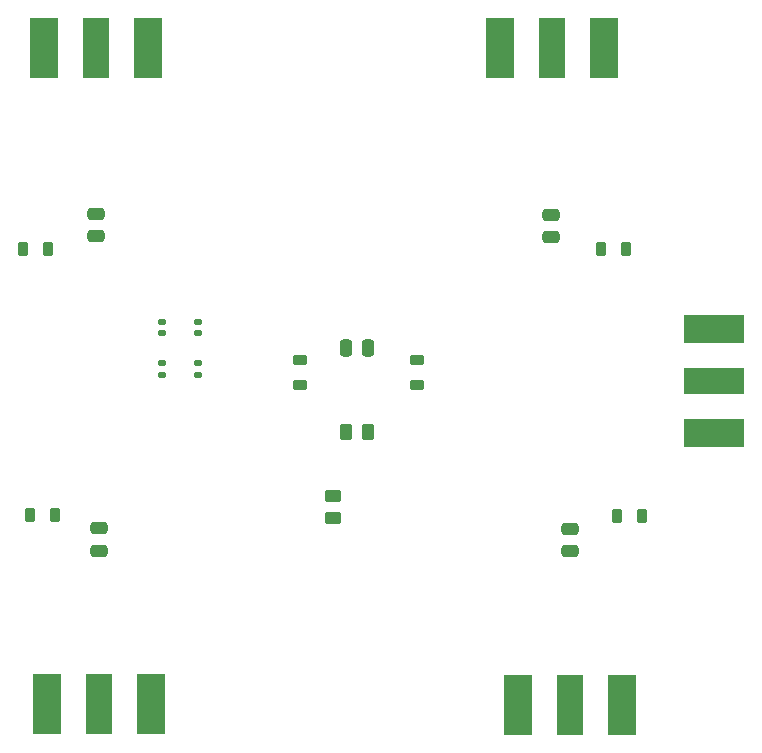
<source format=gbr>
%TF.GenerationSoftware,KiCad,Pcbnew,(5.99.0-13051-g9e760512ac)*%
%TF.CreationDate,2021-12-06T14:56:31+00:00*%
%TF.ProjectId,RF_SWITCH,52465f53-5749-4544-9348-2e6b69636164,rev?*%
%TF.SameCoordinates,Original*%
%TF.FileFunction,Paste,Top*%
%TF.FilePolarity,Positive*%
%FSLAX46Y46*%
G04 Gerber Fmt 4.6, Leading zero omitted, Abs format (unit mm)*
G04 Created by KiCad (PCBNEW (5.99.0-13051-g9e760512ac)) date 2021-12-06 14:56:31*
%MOMM*%
%LPD*%
G01*
G04 APERTURE LIST*
G04 Aperture macros list*
%AMRoundRect*
0 Rectangle with rounded corners*
0 $1 Rounding radius*
0 $2 $3 $4 $5 $6 $7 $8 $9 X,Y pos of 4 corners*
0 Add a 4 corners polygon primitive as box body*
4,1,4,$2,$3,$4,$5,$6,$7,$8,$9,$2,$3,0*
0 Add four circle primitives for the rounded corners*
1,1,$1+$1,$2,$3*
1,1,$1+$1,$4,$5*
1,1,$1+$1,$6,$7*
1,1,$1+$1,$8,$9*
0 Add four rect primitives between the rounded corners*
20,1,$1+$1,$2,$3,$4,$5,0*
20,1,$1+$1,$4,$5,$6,$7,0*
20,1,$1+$1,$6,$7,$8,$9,0*
20,1,$1+$1,$8,$9,$2,$3,0*%
G04 Aperture macros list end*
%ADD10RoundRect,0.218750X-0.218750X-0.381250X0.218750X-0.381250X0.218750X0.381250X-0.218750X0.381250X0*%
%ADD11RoundRect,0.147500X0.172500X-0.147500X0.172500X0.147500X-0.172500X0.147500X-0.172500X-0.147500X0*%
%ADD12R,2.290000X5.080000*%
%ADD13R,2.420000X5.080000*%
%ADD14RoundRect,0.147500X-0.172500X0.147500X-0.172500X-0.147500X0.172500X-0.147500X0.172500X0.147500X0*%
%ADD15RoundRect,0.218750X0.218750X0.381250X-0.218750X0.381250X-0.218750X-0.381250X0.218750X-0.381250X0*%
%ADD16RoundRect,0.218750X-0.381250X0.218750X-0.381250X-0.218750X0.381250X-0.218750X0.381250X0.218750X0*%
%ADD17RoundRect,0.250000X-0.475000X0.250000X-0.475000X-0.250000X0.475000X-0.250000X0.475000X0.250000X0*%
%ADD18R,5.080000X2.290000*%
%ADD19R,5.080000X2.420000*%
%ADD20RoundRect,0.250000X0.475000X-0.250000X0.475000X0.250000X-0.475000X0.250000X-0.475000X-0.250000X0*%
%ADD21RoundRect,0.250000X-0.250000X-0.475000X0.250000X-0.475000X0.250000X0.475000X-0.250000X0.475000X0*%
%ADD22RoundRect,0.218750X0.381250X-0.218750X0.381250X0.218750X-0.381250X0.218750X-0.381250X-0.218750X0*%
%ADD23RoundRect,0.250000X-0.262500X-0.450000X0.262500X-0.450000X0.262500X0.450000X-0.262500X0.450000X0*%
%ADD24RoundRect,0.250000X-0.450000X0.262500X-0.450000X-0.262500X0.450000X-0.262500X0.450000X0.262500X0*%
G04 APERTURE END LIST*
D10*
%TO.C,L4*%
X107461500Y-121092000D03*
X109586500Y-121092000D03*
%TD*%
D11*
%TO.C,D4*%
X118618000Y-109197000D03*
X118618000Y-108227000D03*
%TD*%
D12*
%TO.C,Cox1*%
X113030000Y-81540000D03*
D13*
X117410000Y-81540000D03*
X108650000Y-81540000D03*
%TD*%
D14*
%TO.C,D1*%
X118618000Y-104694000D03*
X118618000Y-105664000D03*
%TD*%
D12*
%TO.C,Cox2*%
X151638000Y-81540000D03*
D13*
X156018000Y-81540000D03*
X147258000Y-81540000D03*
%TD*%
D15*
%TO.C,L2*%
X157907500Y-98552000D03*
X155782500Y-98552000D03*
%TD*%
%TO.C,L3*%
X159304500Y-121158000D03*
X157179500Y-121158000D03*
%TD*%
D16*
%TO.C,L6*%
X140208000Y-107903500D03*
X140208000Y-110028500D03*
%TD*%
D10*
%TO.C,L1*%
X106887500Y-98552000D03*
X109012500Y-98552000D03*
%TD*%
D17*
%TO.C,C1*%
X113030000Y-95570000D03*
X113030000Y-97470000D03*
%TD*%
D14*
%TO.C,D2*%
X121666000Y-104694000D03*
X121666000Y-105664000D03*
%TD*%
D18*
%TO.C,Cox5*%
X165348000Y-109728000D03*
D19*
X165348000Y-105348000D03*
X165348000Y-114108000D03*
%TD*%
D20*
%TO.C,C4*%
X113284000Y-124074000D03*
X113284000Y-122174000D03*
%TD*%
D21*
%TO.C,C5*%
X134178000Y-106934000D03*
X136078000Y-106934000D03*
%TD*%
D17*
%TO.C,C2*%
X151600000Y-95650000D03*
X151600000Y-97550000D03*
%TD*%
D22*
%TO.C,L5*%
X130302000Y-110028500D03*
X130302000Y-107903500D03*
%TD*%
D12*
%TO.C,Cox4*%
X113284000Y-137088000D03*
D13*
X117664000Y-137088000D03*
X108904000Y-137088000D03*
%TD*%
D20*
%TO.C,C3*%
X153162000Y-124140000D03*
X153162000Y-122240000D03*
%TD*%
D23*
%TO.C,R6*%
X134215500Y-114046000D03*
X136040500Y-114046000D03*
%TD*%
D12*
%TO.C,Cox3*%
X153162000Y-137154000D03*
D13*
X148782000Y-137154000D03*
X157542000Y-137154000D03*
%TD*%
D11*
%TO.C,D3*%
X121666000Y-109174000D03*
X121666000Y-108204000D03*
%TD*%
D24*
%TO.C,R5*%
X133096000Y-119483500D03*
X133096000Y-121308500D03*
%TD*%
M02*

</source>
